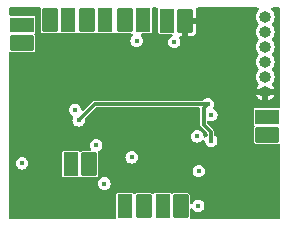
<source format=gbr>
%TF.GenerationSoftware,KiCad,Pcbnew,7.0.2-6a45011f42~172~ubuntu22.04.1*%
%TF.CreationDate,2023-05-21T17:06:01+08:00*%
%TF.ProjectId,fly2040,666c7932-3034-4302-9e6b-696361645f70,rev?*%
%TF.SameCoordinates,PX40c8790PY2f87f80*%
%TF.FileFunction,Copper,L2,Inr*%
%TF.FilePolarity,Positive*%
%FSLAX46Y46*%
G04 Gerber Fmt 4.6, Leading zero omitted, Abs format (unit mm)*
G04 Created by KiCad (PCBNEW 7.0.2-6a45011f42~172~ubuntu22.04.1) date 2023-05-21 17:06:01*
%MOMM*%
%LPD*%
G01*
G04 APERTURE LIST*
G04 Aperture macros list*
%AMRoundRect*
0 Rectangle with rounded corners*
0 $1 Rounding radius*
0 $2 $3 $4 $5 $6 $7 $8 $9 X,Y pos of 4 corners*
0 Add a 4 corners polygon primitive as box body*
4,1,4,$2,$3,$4,$5,$6,$7,$8,$9,$2,$3,0*
0 Add four circle primitives for the rounded corners*
1,1,$1+$1,$2,$3*
1,1,$1+$1,$4,$5*
1,1,$1+$1,$6,$7*
1,1,$1+$1,$8,$9*
0 Add four rect primitives between the rounded corners*
20,1,$1+$1,$2,$3,$4,$5,0*
20,1,$1+$1,$4,$5,$6,$7,0*
20,1,$1+$1,$6,$7,$8,$9,0*
20,1,$1+$1,$8,$9,$2,$3,0*%
G04 Aperture macros list end*
%TA.AperFunction,ComponentPad*%
%ADD10R,1.300000X2.000000*%
%TD*%
%TA.AperFunction,ComponentPad*%
%ADD11RoundRect,0.100000X-0.550000X0.900000X-0.550000X-0.900000X0.550000X-0.900000X0.550000X0.900000X0*%
%TD*%
%TA.AperFunction,ComponentPad*%
%ADD12O,1.000000X1.000000*%
%TD*%
%TA.AperFunction,ComponentPad*%
%ADD13RoundRect,0.100000X0.550000X-0.900000X0.550000X0.900000X-0.550000X0.900000X-0.550000X-0.900000X0*%
%TD*%
%TA.AperFunction,ComponentPad*%
%ADD14R,2.000000X1.300000*%
%TD*%
%TA.AperFunction,ComponentPad*%
%ADD15RoundRect,0.100000X-0.900000X-0.550000X0.900000X-0.550000X0.900000X0.550000X-0.900000X0.550000X0*%
%TD*%
%TA.AperFunction,ViaPad*%
%ADD16C,0.450000*%
%TD*%
%TA.AperFunction,Conductor*%
%ADD17C,0.357600*%
%TD*%
G04 APERTURE END LIST*
D10*
%TO.N,NS_8*%
%TO.C,J10*%
X14310000Y-1165000D03*
D11*
%TO.N,NS_9*%
X12760000Y-1165000D03*
%TD*%
D10*
%TO.N,NS_10*%
%TO.C,J9*%
X11145001Y-1165000D03*
D11*
%TO.N,NS_11*%
X9595001Y-1165000D03*
%TD*%
D12*
%TO.N,RST*%
%TO.C,J8*%
X24659248Y-843121D03*
%TO.N,BOOT*%
X24659248Y-2113121D03*
%TO.N,D+*%
X24659248Y-3383121D03*
%TO.N,D-*%
X24659248Y-4653121D03*
%TO.N,+3V3*%
X24659248Y-5923121D03*
%TO.N,GND*%
X24659248Y-7193121D03*
%TD*%
D10*
%TO.N,DBG_CLK*%
%TO.C,J7*%
X8215000Y-13355000D03*
D13*
%TO.N,DBG_DAT*%
X9765000Y-13355000D03*
%TD*%
D11*
%TO.N,NS_SCL*%
%TO.C,J6*%
X6450000Y-1165000D03*
D10*
%TO.N,NS_SDA*%
X8000000Y-1165000D03*
%TD*%
D14*
%TO.N,D+*%
%TO.C,J5*%
X24820000Y-9300000D03*
D15*
%TO.N,D-*%
X24820000Y-10850000D03*
%TD*%
D10*
%TO.N,NS_CMD*%
%TO.C,J4*%
X15975000Y-16895000D03*
D13*
%TO.N,NS_D0*%
X17525000Y-16895000D03*
%TD*%
D10*
%TO.N,NS_RST*%
%TO.C,J3*%
X12815000Y-16895000D03*
D13*
%TO.N,NS_CLK*%
X14365000Y-16895000D03*
%TD*%
D15*
%TO.N,NS_CPU*%
%TO.C,J2*%
X4090000Y-3065000D03*
D14*
%TO.N,NS_14*%
X4090000Y-1515000D03*
%TD*%
D10*
%TO.N,+3V3*%
%TO.C,J1*%
X16330000Y-1170000D03*
D13*
%TO.N,GND*%
X17880000Y-1170000D03*
%TD*%
D16*
%TO.N,GND*%
X16540000Y-9910000D03*
X12155000Y-5555000D03*
X7265000Y-17460000D03*
X21100000Y-4610000D03*
%TO.N,+1V1*%
X20085000Y-11350000D03*
%TO.N,+3V3*%
X11055000Y-14970000D03*
%TO.N,+5V*%
X4075000Y-13260000D03*
X19045000Y-13910000D03*
%TO.N,+3V3*%
X16965000Y-2990000D03*
X13790000Y-2875000D03*
%TO.N,+1V1*%
X19795000Y-8265000D03*
%TO.N,+3V3*%
X20110000Y-9175000D03*
%TO.N,+1V1*%
X8865000Y-9620000D03*
%TO.N,+3V3*%
X8565000Y-8730000D03*
%TO.N,GND*%
X7585000Y-11915000D03*
X6680000Y-5030000D03*
X3730000Y-5010000D03*
X3720000Y-10160000D03*
X6640000Y-10130000D03*
%TO.N,RST*%
X10350000Y-11730000D03*
%TO.N,+3V3*%
X13365000Y-12755000D03*
X18985000Y-16865000D03*
X18915000Y-10980000D03*
%TD*%
D17*
%TO.N,+1V1*%
X19795000Y-8265000D02*
X19450000Y-8610000D01*
X19450000Y-8610000D02*
X19450000Y-9975000D01*
X19450000Y-9975000D02*
X20085000Y-10610000D01*
X20085000Y-10610000D02*
X20085000Y-11350000D01*
X19795000Y-8265000D02*
X10220000Y-8265000D01*
X10220000Y-8265000D02*
X8865000Y-9620000D01*
%TD*%
%TA.AperFunction,Conductor*%
%TO.N,GND*%
G36*
X5649845Y-85502D02*
G01*
X5696338Y-139158D01*
X5706442Y-209432D01*
X5705308Y-216049D01*
X5699500Y-245252D01*
X5699500Y-245254D01*
X5699500Y-2084746D01*
X5711133Y-2143231D01*
X5755447Y-2209552D01*
X5779836Y-2225848D01*
X5821769Y-2253867D01*
X5880252Y-2265500D01*
X5880253Y-2265500D01*
X7019747Y-2265500D01*
X7019748Y-2265500D01*
X7078231Y-2253867D01*
X7120164Y-2225847D01*
X7187916Y-2204632D01*
X7256383Y-2223414D01*
X7260167Y-2225847D01*
X7310785Y-2259669D01*
X7320512Y-2261603D01*
X7340101Y-2265500D01*
X8659898Y-2265499D01*
X8689213Y-2259669D01*
X8722457Y-2237457D01*
X8722458Y-2237454D01*
X8731029Y-2231728D01*
X8774757Y-2195182D01*
X8845199Y-2186332D01*
X8895051Y-2205945D01*
X8900448Y-2209551D01*
X8900449Y-2209552D01*
X8966770Y-2253867D01*
X9025253Y-2265500D01*
X9025254Y-2265500D01*
X10164748Y-2265500D01*
X10164749Y-2265500D01*
X10223232Y-2253867D01*
X10265165Y-2225847D01*
X10332917Y-2204632D01*
X10401384Y-2223414D01*
X10405168Y-2225847D01*
X10455786Y-2259669D01*
X10465513Y-2261603D01*
X10485102Y-2265500D01*
X11804899Y-2265499D01*
X11834214Y-2259669D01*
X11867458Y-2237457D01*
X11871457Y-2231471D01*
X11925929Y-2185944D01*
X11996372Y-2177094D01*
X12046224Y-2196707D01*
X12065448Y-2209552D01*
X12131769Y-2253867D01*
X12190252Y-2265500D01*
X12190253Y-2265500D01*
X13342158Y-2265500D01*
X13342158Y-2267104D01*
X13398745Y-2272168D01*
X13454813Y-2315722D01*
X13478433Y-2382674D01*
X13462107Y-2451768D01*
X13429320Y-2489381D01*
X13415210Y-2500208D01*
X13330975Y-2609983D01*
X13278025Y-2737817D01*
X13259965Y-2874999D01*
X13278025Y-3012183D01*
X13330974Y-3140016D01*
X13330976Y-3140018D01*
X13415209Y-3249791D01*
X13504263Y-3318125D01*
X13524983Y-3334025D01*
X13652816Y-3386974D01*
X13668775Y-3389075D01*
X13790000Y-3405035D01*
X13927183Y-3386974D01*
X14055018Y-3334024D01*
X14164791Y-3249791D01*
X14249024Y-3140018D01*
X14301974Y-3012183D01*
X14320035Y-2875000D01*
X14301974Y-2737817D01*
X14249024Y-2609983D01*
X14164791Y-2500209D01*
X14153389Y-2491460D01*
X14111523Y-2434122D01*
X14107302Y-2363251D01*
X14142067Y-2301349D01*
X14204780Y-2268068D01*
X14230089Y-2265499D01*
X14969898Y-2265499D01*
X14999213Y-2259669D01*
X15032457Y-2237457D01*
X15054669Y-2204213D01*
X15060500Y-2174899D01*
X15060499Y-191499D01*
X15080501Y-123379D01*
X15134157Y-76886D01*
X15186499Y-65500D01*
X15453500Y-65500D01*
X15521621Y-85502D01*
X15568114Y-139158D01*
X15579500Y-191500D01*
X15579500Y-2179897D01*
X15582844Y-2196707D01*
X15585331Y-2209213D01*
X15607543Y-2242457D01*
X15640787Y-2264669D01*
X15670101Y-2270500D01*
X16695384Y-2270499D01*
X16763505Y-2290501D01*
X16809998Y-2344157D01*
X16820102Y-2414431D01*
X16790609Y-2479011D01*
X16743602Y-2512908D01*
X16699983Y-2530975D01*
X16590209Y-2615209D01*
X16505975Y-2724983D01*
X16453025Y-2852817D01*
X16434965Y-2989999D01*
X16453025Y-3127183D01*
X16505974Y-3255016D01*
X16505976Y-3255018D01*
X16590209Y-3364791D01*
X16679263Y-3433125D01*
X16699983Y-3449025D01*
X16827816Y-3501974D01*
X16843775Y-3504075D01*
X16965000Y-3520035D01*
X17102183Y-3501974D01*
X17230018Y-3449024D01*
X17339791Y-3364791D01*
X17424024Y-3255018D01*
X17426190Y-3249790D01*
X17476974Y-3127183D01*
X17476973Y-3127182D01*
X17495035Y-2990000D01*
X17476974Y-2852817D01*
X17424024Y-2724983D01*
X17383907Y-2672702D01*
X17358307Y-2606484D01*
X17372571Y-2536935D01*
X17422172Y-2486139D01*
X17483870Y-2469999D01*
X17626000Y-2469999D01*
X17626000Y-1424000D01*
X18134000Y-1424000D01*
X18134000Y-2469999D01*
X18461480Y-2469999D01*
X18555147Y-2455164D01*
X18668047Y-2397639D01*
X18757639Y-2308047D01*
X18815164Y-2195147D01*
X18830000Y-2101479D01*
X18830000Y-1424000D01*
X18134000Y-1424000D01*
X17626000Y-1424000D01*
X17626000Y-1174514D01*
X17644505Y-1267545D01*
X17699760Y-1350240D01*
X17782455Y-1405495D01*
X17855376Y-1420000D01*
X17904624Y-1420000D01*
X17977545Y-1405495D01*
X18060240Y-1350240D01*
X18115495Y-1267545D01*
X18134898Y-1170000D01*
X18115495Y-1072455D01*
X18060240Y-989760D01*
X17977545Y-934505D01*
X17904624Y-920000D01*
X17855376Y-920000D01*
X17782455Y-934505D01*
X17699760Y-989760D01*
X17644505Y-1072455D01*
X17626000Y-1165485D01*
X17626000Y-1042000D01*
X17646002Y-973879D01*
X17699658Y-927386D01*
X17752000Y-916000D01*
X18829999Y-916000D01*
X18829999Y-238518D01*
X18825674Y-211208D01*
X18834775Y-140797D01*
X18880498Y-86484D01*
X18948327Y-65513D01*
X18950123Y-65500D01*
X24000600Y-65500D01*
X24068721Y-85502D01*
X24115214Y-139158D01*
X24125318Y-209432D01*
X24095824Y-274012D01*
X24089695Y-280595D01*
X24029432Y-340857D01*
X23933458Y-493599D01*
X23873880Y-663863D01*
X23853683Y-843121D01*
X23873880Y-1022378D01*
X23933458Y-1192642D01*
X24029432Y-1345384D01*
X24073073Y-1389025D01*
X24107099Y-1451337D01*
X24102034Y-1522152D01*
X24073075Y-1567214D01*
X24029431Y-1610858D01*
X23933458Y-1763599D01*
X23873880Y-1933863D01*
X23853683Y-2113121D01*
X23873880Y-2292378D01*
X23933458Y-2462642D01*
X24029431Y-2615382D01*
X24073074Y-2659026D01*
X24107099Y-2721339D01*
X24102033Y-2792155D01*
X24073074Y-2837216D01*
X24029431Y-2880859D01*
X23933458Y-3033599D01*
X23873880Y-3203863D01*
X23853683Y-3383121D01*
X23873880Y-3562378D01*
X23933458Y-3732642D01*
X24029430Y-3885381D01*
X24029431Y-3885382D01*
X24029432Y-3885383D01*
X24073075Y-3929026D01*
X24107099Y-3991336D01*
X24102035Y-4062151D01*
X24073075Y-4107215D01*
X24029431Y-4150859D01*
X23933458Y-4303599D01*
X23873880Y-4473863D01*
X23853683Y-4653121D01*
X23873880Y-4832378D01*
X23933458Y-5002642D01*
X24029432Y-5155384D01*
X24073074Y-5199026D01*
X24107100Y-5261338D01*
X24102035Y-5332153D01*
X24073074Y-5377216D01*
X24029432Y-5420857D01*
X23933458Y-5573599D01*
X23873880Y-5743863D01*
X23853683Y-5923121D01*
X23873880Y-6102378D01*
X23933458Y-6272642D01*
X24029432Y-6425384D01*
X24073427Y-6469379D01*
X24107453Y-6531691D01*
X24102388Y-6602506D01*
X24073428Y-6647569D01*
X24029824Y-6691173D01*
X23933911Y-6843818D01*
X23900563Y-6939120D01*
X23900564Y-6939121D01*
X24449189Y-6939121D01*
X24447119Y-6940316D01*
X24373447Y-7028114D01*
X24334248Y-7135815D01*
X24334248Y-7250427D01*
X24373447Y-7358128D01*
X24447119Y-7445926D01*
X24546377Y-7503233D01*
X24630812Y-7518121D01*
X24687684Y-7518121D01*
X24772119Y-7503233D01*
X24869307Y-7447121D01*
X24913248Y-7447121D01*
X24913248Y-7951803D01*
X25008553Y-7918456D01*
X25161197Y-7822543D01*
X25288669Y-7695071D01*
X25384584Y-7542423D01*
X25417932Y-7447121D01*
X24913248Y-7447121D01*
X24869307Y-7447121D01*
X24871377Y-7445926D01*
X24945049Y-7358128D01*
X24984248Y-7250427D01*
X24984248Y-7135815D01*
X24945049Y-7028114D01*
X24871377Y-6940316D01*
X24869307Y-6939121D01*
X25417932Y-6939121D01*
X25417932Y-6939120D01*
X25384584Y-6843818D01*
X25288669Y-6691170D01*
X25245068Y-6647569D01*
X25211042Y-6585257D01*
X25216107Y-6514442D01*
X25245066Y-6469380D01*
X25289064Y-6425383D01*
X25385037Y-6272643D01*
X25444616Y-6102376D01*
X25464813Y-5923121D01*
X25444616Y-5743866D01*
X25385037Y-5573599D01*
X25289064Y-5420859D01*
X25289063Y-5420857D01*
X25245422Y-5377216D01*
X25211396Y-5314904D01*
X25216461Y-5244089D01*
X25245422Y-5199026D01*
X25289063Y-5155384D01*
X25289064Y-5155383D01*
X25385037Y-5002643D01*
X25444616Y-4832376D01*
X25464813Y-4653121D01*
X25444616Y-4473866D01*
X25385037Y-4303599D01*
X25289064Y-4150859D01*
X25289063Y-4150857D01*
X25245422Y-4107216D01*
X25211396Y-4044904D01*
X25216461Y-3974089D01*
X25245422Y-3929026D01*
X25289063Y-3885384D01*
X25303649Y-3862171D01*
X25385037Y-3732643D01*
X25444616Y-3562376D01*
X25464813Y-3383121D01*
X25444616Y-3203866D01*
X25385037Y-3033599D01*
X25289064Y-2880859D01*
X25289063Y-2880857D01*
X25245422Y-2837216D01*
X25211396Y-2774904D01*
X25216461Y-2704089D01*
X25245422Y-2659026D01*
X25289063Y-2615384D01*
X25289064Y-2615383D01*
X25385037Y-2462643D01*
X25444616Y-2292376D01*
X25464813Y-2113121D01*
X25444616Y-1933866D01*
X25385037Y-1763599D01*
X25289064Y-1610859D01*
X25289063Y-1610857D01*
X25245422Y-1567216D01*
X25211396Y-1504904D01*
X25216461Y-1434089D01*
X25245422Y-1389026D01*
X25289063Y-1345384D01*
X25289064Y-1345383D01*
X25385037Y-1192643D01*
X25444616Y-1022376D01*
X25464813Y-843121D01*
X25444616Y-663866D01*
X25385037Y-493599D01*
X25289064Y-340859D01*
X25289063Y-340857D01*
X25228801Y-280595D01*
X25194775Y-218283D01*
X25199840Y-147468D01*
X25242387Y-90632D01*
X25308907Y-65821D01*
X25317896Y-65500D01*
X25798500Y-65500D01*
X25866621Y-85502D01*
X25913114Y-139158D01*
X25924500Y-191500D01*
X25924500Y-8423500D01*
X25904498Y-8491621D01*
X25850842Y-8538114D01*
X25798500Y-8549500D01*
X23810102Y-8549500D01*
X23780787Y-8555331D01*
X23747543Y-8577543D01*
X23725330Y-8610787D01*
X23719500Y-8640100D01*
X23719500Y-9959897D01*
X23722504Y-9974999D01*
X23725331Y-9989213D01*
X23747543Y-10022457D01*
X23747544Y-10022457D01*
X23759153Y-10039832D01*
X23780367Y-10107585D01*
X23761583Y-10176052D01*
X23759153Y-10179834D01*
X23731133Y-10221768D01*
X23731132Y-10221769D01*
X23731133Y-10221769D01*
X23719500Y-10280252D01*
X23719500Y-11419748D01*
X23728498Y-11464983D01*
X23731133Y-11478231D01*
X23775447Y-11544552D01*
X23819762Y-11574162D01*
X23841769Y-11588867D01*
X23900252Y-11600500D01*
X23900253Y-11600500D01*
X25739749Y-11600500D01*
X25748733Y-11598712D01*
X25773917Y-11593703D01*
X25844630Y-11600029D01*
X25900698Y-11643582D01*
X25924319Y-11710534D01*
X25924500Y-11717281D01*
X25924500Y-17888500D01*
X25904498Y-17956621D01*
X25850842Y-18003114D01*
X25798500Y-18014500D01*
X18389298Y-18014500D01*
X18321177Y-17994498D01*
X18274684Y-17940842D01*
X18264580Y-17870568D01*
X18265719Y-17863918D01*
X18275500Y-17814746D01*
X18275500Y-17158760D01*
X18295502Y-17090639D01*
X18349158Y-17044146D01*
X18419432Y-17034042D01*
X18484012Y-17063536D01*
X18517909Y-17110543D01*
X18525976Y-17130018D01*
X18610209Y-17239791D01*
X18699263Y-17308125D01*
X18719983Y-17324025D01*
X18847816Y-17376974D01*
X18863775Y-17379075D01*
X18985000Y-17395035D01*
X19122183Y-17376974D01*
X19250018Y-17324024D01*
X19359791Y-17239791D01*
X19444024Y-17130018D01*
X19496974Y-17002183D01*
X19515035Y-16865000D01*
X19496974Y-16727817D01*
X19444024Y-16599983D01*
X19359791Y-16490209D01*
X19291455Y-16437772D01*
X19250016Y-16405974D01*
X19122183Y-16353025D01*
X19000958Y-16337066D01*
X18985000Y-16334965D01*
X18984999Y-16334965D01*
X18847817Y-16353025D01*
X18719983Y-16405975D01*
X18610209Y-16490209D01*
X18525975Y-16599983D01*
X18517909Y-16619458D01*
X18473361Y-16674739D01*
X18405997Y-16697160D01*
X18337206Y-16679602D01*
X18288828Y-16627640D01*
X18275500Y-16571240D01*
X18275500Y-15975253D01*
X18275500Y-15975252D01*
X18263867Y-15916769D01*
X18249162Y-15894761D01*
X18219552Y-15850447D01*
X18153231Y-15806133D01*
X18124057Y-15800330D01*
X18094748Y-15794500D01*
X16955252Y-15794500D01*
X16926010Y-15800316D01*
X16896768Y-15806133D01*
X16854834Y-15834153D01*
X16787081Y-15855367D01*
X16718614Y-15836584D01*
X16714832Y-15834153D01*
X16697457Y-15822543D01*
X16664213Y-15800331D01*
X16664212Y-15800330D01*
X16634899Y-15794500D01*
X15315102Y-15794500D01*
X15285787Y-15800331D01*
X15252542Y-15822544D01*
X15250086Y-15826220D01*
X15195609Y-15871748D01*
X15125166Y-15880596D01*
X15075319Y-15860983D01*
X14993231Y-15806133D01*
X14964057Y-15800330D01*
X14934748Y-15794500D01*
X13795252Y-15794500D01*
X13766010Y-15800316D01*
X13736768Y-15806133D01*
X13694834Y-15834153D01*
X13627081Y-15855367D01*
X13558614Y-15836584D01*
X13554832Y-15834153D01*
X13537457Y-15822543D01*
X13504213Y-15800331D01*
X13504212Y-15800330D01*
X13474899Y-15794500D01*
X12155102Y-15794500D01*
X12125787Y-15800331D01*
X12092543Y-15822543D01*
X12070330Y-15855787D01*
X12064500Y-15885100D01*
X12064501Y-17888500D01*
X12044499Y-17956621D01*
X11990843Y-18003114D01*
X11938501Y-18014500D01*
X3101500Y-18014500D01*
X3033379Y-17994498D01*
X2986886Y-17940842D01*
X2975500Y-17888500D01*
X2975500Y-14969999D01*
X10524965Y-14969999D01*
X10543025Y-15107183D01*
X10595974Y-15235016D01*
X10595976Y-15235018D01*
X10680209Y-15344791D01*
X10769263Y-15413125D01*
X10789983Y-15429025D01*
X10917816Y-15481974D01*
X10933775Y-15484075D01*
X11055000Y-15500035D01*
X11192183Y-15481974D01*
X11320018Y-15429024D01*
X11429791Y-15344791D01*
X11514024Y-15235018D01*
X11566974Y-15107183D01*
X11585035Y-14970000D01*
X11566974Y-14832817D01*
X11514024Y-14704983D01*
X11429791Y-14595209D01*
X11361455Y-14542772D01*
X11320016Y-14510974D01*
X11192183Y-14458025D01*
X11070958Y-14442066D01*
X11055000Y-14439965D01*
X11054999Y-14439965D01*
X10917817Y-14458025D01*
X10789983Y-14510975D01*
X10680209Y-14595209D01*
X10595975Y-14704983D01*
X10543025Y-14832817D01*
X10524965Y-14969999D01*
X2975500Y-14969999D01*
X2975500Y-14364897D01*
X7464500Y-14364897D01*
X7469171Y-14388381D01*
X7470331Y-14394213D01*
X7492543Y-14427457D01*
X7525787Y-14449669D01*
X7555101Y-14455500D01*
X8874898Y-14455499D01*
X8904213Y-14449669D01*
X8937457Y-14427457D01*
X8937458Y-14427454D01*
X8954831Y-14415847D01*
X9022584Y-14394632D01*
X9091051Y-14413415D01*
X9094829Y-14415843D01*
X9136769Y-14443867D01*
X9195252Y-14455500D01*
X9195253Y-14455500D01*
X10334747Y-14455500D01*
X10334748Y-14455500D01*
X10393231Y-14443867D01*
X10459552Y-14399552D01*
X10503867Y-14333231D01*
X10515500Y-14274748D01*
X10515500Y-13909999D01*
X18514965Y-13909999D01*
X18533025Y-14047183D01*
X18585974Y-14175016D01*
X18585976Y-14175018D01*
X18670209Y-14284791D01*
X18759263Y-14353125D01*
X18779983Y-14369025D01*
X18907816Y-14421974D01*
X18925876Y-14424351D01*
X19045000Y-14440035D01*
X19182183Y-14421974D01*
X19310018Y-14369024D01*
X19419791Y-14284791D01*
X19504024Y-14175018D01*
X19556974Y-14047183D01*
X19575035Y-13910000D01*
X19556974Y-13772817D01*
X19504024Y-13644983D01*
X19419791Y-13535209D01*
X19351455Y-13482772D01*
X19310016Y-13450974D01*
X19182183Y-13398025D01*
X19060958Y-13382066D01*
X19045000Y-13379965D01*
X19044999Y-13379965D01*
X18907817Y-13398025D01*
X18779983Y-13450975D01*
X18670209Y-13535209D01*
X18585975Y-13644983D01*
X18533025Y-13772817D01*
X18514965Y-13909999D01*
X10515500Y-13909999D01*
X10515500Y-12754999D01*
X12834965Y-12754999D01*
X12853025Y-12892183D01*
X12905974Y-13020016D01*
X12905976Y-13020018D01*
X12990209Y-13129791D01*
X13079263Y-13198125D01*
X13099983Y-13214025D01*
X13227816Y-13266974D01*
X13243775Y-13269075D01*
X13365000Y-13285035D01*
X13502183Y-13266974D01*
X13519020Y-13260000D01*
X13630016Y-13214025D01*
X13630016Y-13214024D01*
X13630018Y-13214024D01*
X13739791Y-13129791D01*
X13824024Y-13020018D01*
X13876974Y-12892183D01*
X13895035Y-12755000D01*
X13876974Y-12617817D01*
X13824024Y-12489983D01*
X13739791Y-12380209D01*
X13655836Y-12315787D01*
X13630016Y-12295974D01*
X13502183Y-12243025D01*
X13380958Y-12227066D01*
X13365000Y-12224965D01*
X13364999Y-12224965D01*
X13227817Y-12243025D01*
X13099983Y-12295975D01*
X12990209Y-12380209D01*
X12905975Y-12489983D01*
X12853025Y-12617817D01*
X12834965Y-12754999D01*
X10515500Y-12754999D01*
X10515500Y-12435252D01*
X10503867Y-12376769D01*
X10503866Y-12376768D01*
X10498977Y-12352188D01*
X10501906Y-12351605D01*
X10493790Y-12325679D01*
X10512576Y-12257213D01*
X10565396Y-12209772D01*
X10571521Y-12207040D01*
X10615018Y-12189024D01*
X10724791Y-12104791D01*
X10809024Y-11995018D01*
X10861974Y-11867183D01*
X10880035Y-11730000D01*
X10861974Y-11592817D01*
X10809024Y-11464983D01*
X10724791Y-11355209D01*
X10653426Y-11300448D01*
X10615016Y-11270974D01*
X10487183Y-11218025D01*
X10365958Y-11202066D01*
X10350000Y-11199965D01*
X10349999Y-11199965D01*
X10212817Y-11218025D01*
X10084983Y-11270975D01*
X9975209Y-11355209D01*
X9890975Y-11464983D01*
X9838025Y-11592817D01*
X9819965Y-11729999D01*
X9838025Y-11867183D01*
X9890974Y-11995016D01*
X9934543Y-12051795D01*
X9960144Y-12118016D01*
X9945880Y-12187564D01*
X9896279Y-12238361D01*
X9834581Y-12254500D01*
X9195252Y-12254500D01*
X9181613Y-12257213D01*
X9136768Y-12266133D01*
X9094834Y-12294153D01*
X9027081Y-12315367D01*
X8958614Y-12296584D01*
X8954832Y-12294153D01*
X8937457Y-12282543D01*
X8904213Y-12260331D01*
X8904212Y-12260330D01*
X8874899Y-12254500D01*
X7555102Y-12254500D01*
X7525787Y-12260331D01*
X7492543Y-12282543D01*
X7470330Y-12315787D01*
X7464500Y-12345100D01*
X7464500Y-14364897D01*
X2975500Y-14364897D01*
X2975500Y-13259999D01*
X3544965Y-13259999D01*
X3563025Y-13397183D01*
X3615974Y-13525016D01*
X3615976Y-13525018D01*
X3700209Y-13634791D01*
X3789263Y-13703125D01*
X3809983Y-13719025D01*
X3937816Y-13771974D01*
X3953775Y-13774075D01*
X4075000Y-13790035D01*
X4212183Y-13771974D01*
X4340018Y-13719024D01*
X4449791Y-13634791D01*
X4534024Y-13525018D01*
X4564694Y-13450974D01*
X4586974Y-13397183D01*
X4589241Y-13379965D01*
X4605035Y-13260000D01*
X4586974Y-13122817D01*
X4534024Y-12994983D01*
X4449791Y-12885209D01*
X4381455Y-12832772D01*
X4340016Y-12800974D01*
X4212183Y-12748025D01*
X4090958Y-12732066D01*
X4075000Y-12729965D01*
X4074999Y-12729965D01*
X3937817Y-12748025D01*
X3809983Y-12800975D01*
X3700209Y-12885209D01*
X3615975Y-12994983D01*
X3563025Y-13122817D01*
X3544965Y-13259999D01*
X2975500Y-13259999D01*
X2975500Y-8729999D01*
X8034965Y-8729999D01*
X8053025Y-8867183D01*
X8105974Y-8995016D01*
X8105976Y-8995018D01*
X8190209Y-9104791D01*
X8299982Y-9189024D01*
X8324259Y-9199080D01*
X8332719Y-9202584D01*
X8388000Y-9247131D01*
X8410422Y-9314494D01*
X8400911Y-9367211D01*
X8353025Y-9482817D01*
X8334965Y-9619999D01*
X8353025Y-9757183D01*
X8405974Y-9885016D01*
X8437772Y-9926455D01*
X8490209Y-9994791D01*
X8579263Y-10063125D01*
X8599983Y-10079025D01*
X8727816Y-10131974D01*
X8743775Y-10134075D01*
X8865000Y-10150035D01*
X9002183Y-10131974D01*
X9052499Y-10111133D01*
X9130016Y-10079025D01*
X9130016Y-10079024D01*
X9130018Y-10079024D01*
X9239791Y-9994791D01*
X9324024Y-9885018D01*
X9343293Y-9838499D01*
X9376974Y-9757183D01*
X9395035Y-9620000D01*
X9385607Y-9548396D01*
X9396546Y-9478251D01*
X9421429Y-9442862D01*
X10294189Y-8570102D01*
X10356499Y-8536079D01*
X10383282Y-8533200D01*
X19055800Y-8533200D01*
X19123921Y-8553202D01*
X19170414Y-8606858D01*
X19181800Y-8659200D01*
X19181800Y-9936176D01*
X19179379Y-9960756D01*
X19176545Y-9974999D01*
X19197360Y-10079647D01*
X19248567Y-10156283D01*
X19248573Y-10156290D01*
X19256638Y-10168360D01*
X19268709Y-10176426D01*
X19287802Y-10192095D01*
X19545672Y-10449965D01*
X19779895Y-10684187D01*
X19813920Y-10746500D01*
X19816800Y-10773283D01*
X19816800Y-10831282D01*
X19796798Y-10899403D01*
X19767505Y-10931243D01*
X19710209Y-10975208D01*
X19710209Y-10975209D01*
X19668509Y-11029553D01*
X19611170Y-11071420D01*
X19540299Y-11075641D01*
X19478397Y-11040876D01*
X19445116Y-10978163D01*
X19443625Y-10969294D01*
X19438615Y-10931243D01*
X19426974Y-10842817D01*
X19374024Y-10714983D01*
X19289791Y-10605209D01*
X19221455Y-10552772D01*
X19180016Y-10520974D01*
X19052183Y-10468025D01*
X18930958Y-10452066D01*
X18915000Y-10449965D01*
X18914999Y-10449965D01*
X18777817Y-10468025D01*
X18649983Y-10520975D01*
X18540209Y-10605209D01*
X18455975Y-10714983D01*
X18403025Y-10842817D01*
X18384965Y-10979999D01*
X18403025Y-11117183D01*
X18455974Y-11245016D01*
X18487772Y-11286455D01*
X18540209Y-11354791D01*
X18624859Y-11419746D01*
X18649983Y-11439025D01*
X18777816Y-11491974D01*
X18793775Y-11494075D01*
X18915000Y-11510035D01*
X19052183Y-11491974D01*
X19180018Y-11439024D01*
X19289791Y-11354791D01*
X19331491Y-11300447D01*
X19388828Y-11258581D01*
X19459699Y-11254359D01*
X19521601Y-11289123D01*
X19554883Y-11351836D01*
X19556374Y-11360705D01*
X19573025Y-11487183D01*
X19625974Y-11615016D01*
X19625976Y-11615018D01*
X19710209Y-11724791D01*
X19799263Y-11793125D01*
X19819983Y-11809025D01*
X19947816Y-11861974D01*
X19963775Y-11864075D01*
X20085000Y-11880035D01*
X20222183Y-11861974D01*
X20350018Y-11809024D01*
X20459791Y-11724791D01*
X20544024Y-11615018D01*
X20550038Y-11600500D01*
X20596974Y-11487183D01*
X20605852Y-11419748D01*
X20615035Y-11350000D01*
X20596974Y-11212817D01*
X20544024Y-11084983D01*
X20544023Y-11084980D01*
X20459793Y-10975210D01*
X20402495Y-10931243D01*
X20360628Y-10873904D01*
X20353200Y-10831281D01*
X20353200Y-10648823D01*
X20355621Y-10624243D01*
X20355778Y-10623452D01*
X20358454Y-10610000D01*
X20337639Y-10505353D01*
X20337639Y-10505352D01*
X20286432Y-10428717D01*
X20286427Y-10428711D01*
X20278361Y-10416639D01*
X20266283Y-10408569D01*
X20247194Y-10392902D01*
X19755104Y-9900811D01*
X19721079Y-9838499D01*
X19718200Y-9811716D01*
X19718200Y-9770081D01*
X19738202Y-9701960D01*
X19791858Y-9655467D01*
X19862132Y-9645363D01*
X19892417Y-9653672D01*
X19972816Y-9686974D01*
X19988775Y-9689075D01*
X20110000Y-9705035D01*
X20247183Y-9686974D01*
X20375018Y-9634024D01*
X20484791Y-9549791D01*
X20569024Y-9440018D01*
X20621974Y-9312183D01*
X20640035Y-9175000D01*
X20621974Y-9037817D01*
X20569024Y-8909983D01*
X20484791Y-8800209D01*
X20375018Y-8715976D01*
X20375017Y-8715975D01*
X20322406Y-8694183D01*
X20267125Y-8649634D01*
X20244704Y-8582271D01*
X20254215Y-8529556D01*
X20269928Y-8491621D01*
X20306974Y-8402183D01*
X20325035Y-8265000D01*
X20306974Y-8127817D01*
X20254024Y-7999983D01*
X20169791Y-7890209D01*
X20101455Y-7837772D01*
X20060016Y-7805974D01*
X19932183Y-7753025D01*
X19810958Y-7737066D01*
X19795000Y-7734965D01*
X19794999Y-7734965D01*
X19657817Y-7753025D01*
X19529983Y-7805975D01*
X19420209Y-7890209D01*
X19376244Y-7947505D01*
X19318906Y-7989372D01*
X19276282Y-7996800D01*
X10258818Y-7996800D01*
X10234238Y-7994379D01*
X10220000Y-7991547D01*
X10205762Y-7994379D01*
X10205752Y-7994379D01*
X10115354Y-8012360D01*
X10050900Y-8055426D01*
X10050900Y-8055427D01*
X10049033Y-8056676D01*
X10041156Y-8061938D01*
X10026638Y-8071639D01*
X10018569Y-8083715D01*
X10002902Y-8102805D01*
X9308354Y-8797352D01*
X9246042Y-8831377D01*
X9175226Y-8826312D01*
X9118391Y-8783765D01*
X9094337Y-8724702D01*
X9093188Y-8715976D01*
X9076974Y-8592817D01*
X9024024Y-8464983D01*
X8939791Y-8355209D01*
X8871455Y-8302772D01*
X8830016Y-8270974D01*
X8702183Y-8218025D01*
X8580958Y-8202066D01*
X8565000Y-8199965D01*
X8564999Y-8199965D01*
X8427817Y-8218025D01*
X8299983Y-8270975D01*
X8190209Y-8355209D01*
X8105975Y-8464983D01*
X8053025Y-8592817D01*
X8034965Y-8729999D01*
X2975500Y-8729999D01*
X2975500Y-7447121D01*
X23900564Y-7447121D01*
X23933911Y-7542423D01*
X24029826Y-7695071D01*
X24157298Y-7822543D01*
X24309942Y-7918456D01*
X24405248Y-7951803D01*
X24405248Y-7447121D01*
X23900564Y-7447121D01*
X2975500Y-7447121D01*
X2975500Y-3930292D01*
X2995502Y-3862171D01*
X3049158Y-3815678D01*
X3119432Y-3805574D01*
X3126038Y-3806705D01*
X3170252Y-3815500D01*
X3170255Y-3815500D01*
X5009747Y-3815500D01*
X5009748Y-3815500D01*
X5068231Y-3803867D01*
X5134552Y-3759552D01*
X5178867Y-3693231D01*
X5190500Y-3634748D01*
X5190500Y-2495252D01*
X5178867Y-2436769D01*
X5150846Y-2394834D01*
X5129632Y-2327083D01*
X5148415Y-2258616D01*
X5150847Y-2254831D01*
X5162454Y-2237458D01*
X5162457Y-2237457D01*
X5184669Y-2204213D01*
X5190500Y-2174899D01*
X5190499Y-855102D01*
X5184669Y-825787D01*
X5162457Y-792543D01*
X5129213Y-770331D01*
X5129212Y-770330D01*
X5099900Y-764500D01*
X3101500Y-764500D01*
X3033379Y-744498D01*
X2986886Y-690842D01*
X2975500Y-638500D01*
X2975500Y-191500D01*
X2995502Y-123379D01*
X3049158Y-76886D01*
X3101500Y-65500D01*
X5581724Y-65500D01*
X5649845Y-85502D01*
G37*
%TD.AperFunction*%
%TD*%
%TA.AperFunction,Conductor*%
%TO.N,GND*%
G36*
X5649845Y-85502D02*
G01*
X5696338Y-139158D01*
X5706442Y-209432D01*
X5705308Y-216049D01*
X5699500Y-245252D01*
X5699500Y-245254D01*
X5699500Y-2084746D01*
X5711133Y-2143231D01*
X5755447Y-2209552D01*
X5779836Y-2225848D01*
X5821769Y-2253867D01*
X5880252Y-2265500D01*
X5880253Y-2265500D01*
X7019747Y-2265500D01*
X7019748Y-2265500D01*
X7078231Y-2253867D01*
X7120164Y-2225847D01*
X7187916Y-2204632D01*
X7256383Y-2223414D01*
X7260167Y-2225847D01*
X7310785Y-2259669D01*
X7320512Y-2261603D01*
X7340101Y-2265500D01*
X8659898Y-2265499D01*
X8689213Y-2259669D01*
X8722457Y-2237457D01*
X8722458Y-2237454D01*
X8731029Y-2231728D01*
X8774757Y-2195182D01*
X8845199Y-2186332D01*
X8895051Y-2205945D01*
X8900448Y-2209551D01*
X8900449Y-2209552D01*
X8966770Y-2253867D01*
X9025253Y-2265500D01*
X9025254Y-2265500D01*
X10164748Y-2265500D01*
X10164749Y-2265500D01*
X10223232Y-2253867D01*
X10265165Y-2225847D01*
X10332917Y-2204632D01*
X10401384Y-2223414D01*
X10405168Y-2225847D01*
X10455786Y-2259669D01*
X10465513Y-2261603D01*
X10485102Y-2265500D01*
X11804899Y-2265499D01*
X11834214Y-2259669D01*
X11867458Y-2237457D01*
X11871457Y-2231471D01*
X11925929Y-2185944D01*
X11996372Y-2177094D01*
X12046224Y-2196707D01*
X12065448Y-2209552D01*
X12131769Y-2253867D01*
X12190252Y-2265500D01*
X12190253Y-2265500D01*
X13342158Y-2265500D01*
X13342158Y-2267104D01*
X13398745Y-2272168D01*
X13454813Y-2315722D01*
X13478433Y-2382674D01*
X13462107Y-2451768D01*
X13429320Y-2489381D01*
X13415210Y-2500208D01*
X13330975Y-2609983D01*
X13278025Y-2737817D01*
X13259965Y-2874999D01*
X13278025Y-3012183D01*
X13330974Y-3140016D01*
X13330976Y-3140018D01*
X13415209Y-3249791D01*
X13504263Y-3318125D01*
X13524983Y-3334025D01*
X13652816Y-3386974D01*
X13668775Y-3389075D01*
X13790000Y-3405035D01*
X13927183Y-3386974D01*
X14055018Y-3334024D01*
X14164791Y-3249791D01*
X14249024Y-3140018D01*
X14301974Y-3012183D01*
X14320035Y-2875000D01*
X14301974Y-2737817D01*
X14249024Y-2609983D01*
X14164791Y-2500209D01*
X14153389Y-2491460D01*
X14111523Y-2434122D01*
X14107302Y-2363251D01*
X14142067Y-2301349D01*
X14204780Y-2268068D01*
X14230089Y-2265499D01*
X14969898Y-2265499D01*
X14999213Y-2259669D01*
X15032457Y-2237457D01*
X15054669Y-2204213D01*
X15060500Y-2174899D01*
X15060499Y-191499D01*
X15080501Y-123379D01*
X15134157Y-76886D01*
X15186499Y-65500D01*
X15453500Y-65500D01*
X15521621Y-85502D01*
X15568114Y-139158D01*
X15579500Y-191500D01*
X15579500Y-2179897D01*
X15582844Y-2196707D01*
X15585331Y-2209213D01*
X15607543Y-2242457D01*
X15640787Y-2264669D01*
X15670101Y-2270500D01*
X16695384Y-2270499D01*
X16763505Y-2290501D01*
X16809998Y-2344157D01*
X16820102Y-2414431D01*
X16790609Y-2479011D01*
X16743602Y-2512908D01*
X16699983Y-2530975D01*
X16590209Y-2615209D01*
X16505975Y-2724983D01*
X16453025Y-2852817D01*
X16434965Y-2989999D01*
X16453025Y-3127183D01*
X16505974Y-3255016D01*
X16505976Y-3255018D01*
X16590209Y-3364791D01*
X16679263Y-3433125D01*
X16699983Y-3449025D01*
X16827816Y-3501974D01*
X16843775Y-3504075D01*
X16965000Y-3520035D01*
X17102183Y-3501974D01*
X17230018Y-3449024D01*
X17339791Y-3364791D01*
X17424024Y-3255018D01*
X17426190Y-3249790D01*
X17476974Y-3127183D01*
X17476973Y-3127182D01*
X17495035Y-2990000D01*
X17476974Y-2852817D01*
X17424024Y-2724983D01*
X17383907Y-2672702D01*
X17358307Y-2606484D01*
X17372571Y-2536935D01*
X17422172Y-2486139D01*
X17483870Y-2469999D01*
X17626000Y-2469999D01*
X17626000Y-1424000D01*
X18134000Y-1424000D01*
X18134000Y-2469999D01*
X18461480Y-2469999D01*
X18555147Y-2455164D01*
X18668047Y-2397639D01*
X18757639Y-2308047D01*
X18815164Y-2195147D01*
X18830000Y-2101479D01*
X18830000Y-1424000D01*
X18134000Y-1424000D01*
X17626000Y-1424000D01*
X17626000Y-1174514D01*
X17644505Y-1267545D01*
X17699760Y-1350240D01*
X17782455Y-1405495D01*
X17855376Y-1420000D01*
X17904624Y-1420000D01*
X17977545Y-1405495D01*
X18060240Y-1350240D01*
X18115495Y-1267545D01*
X18134898Y-1170000D01*
X18115495Y-1072455D01*
X18060240Y-989760D01*
X17977545Y-934505D01*
X17904624Y-920000D01*
X17855376Y-920000D01*
X17782455Y-934505D01*
X17699760Y-989760D01*
X17644505Y-1072455D01*
X17626000Y-1165485D01*
X17626000Y-1042000D01*
X17646002Y-973879D01*
X17699658Y-927386D01*
X17752000Y-916000D01*
X18829999Y-916000D01*
X18829999Y-238518D01*
X18825674Y-211208D01*
X18834775Y-140797D01*
X18880498Y-86484D01*
X18948327Y-65513D01*
X18950123Y-65500D01*
X24000600Y-65500D01*
X24068721Y-85502D01*
X24115214Y-139158D01*
X24125318Y-209432D01*
X24095824Y-274012D01*
X24089695Y-280595D01*
X24029432Y-340857D01*
X23933458Y-493599D01*
X23873880Y-663863D01*
X23853683Y-843121D01*
X23873880Y-1022378D01*
X23933458Y-1192642D01*
X24029432Y-1345384D01*
X24073073Y-1389025D01*
X24107099Y-1451337D01*
X24102034Y-1522152D01*
X24073075Y-1567214D01*
X24029431Y-1610858D01*
X23933458Y-1763599D01*
X23873880Y-1933863D01*
X23853683Y-2113121D01*
X23873880Y-2292378D01*
X23933458Y-2462642D01*
X24029431Y-2615382D01*
X24073074Y-2659026D01*
X24107099Y-2721339D01*
X24102033Y-2792155D01*
X24073074Y-2837216D01*
X24029431Y-2880859D01*
X23933458Y-3033599D01*
X23873880Y-3203863D01*
X23853683Y-3383121D01*
X23873880Y-3562378D01*
X23933458Y-3732642D01*
X24029430Y-3885381D01*
X24029431Y-3885382D01*
X24029432Y-3885383D01*
X24073075Y-3929026D01*
X24107099Y-3991336D01*
X24102035Y-4062151D01*
X24073075Y-4107215D01*
X24029431Y-4150859D01*
X23933458Y-4303599D01*
X23873880Y-4473863D01*
X23853683Y-4653121D01*
X23873880Y-4832378D01*
X23933458Y-5002642D01*
X24029432Y-5155384D01*
X24073074Y-5199026D01*
X24107100Y-5261338D01*
X24102035Y-5332153D01*
X24073074Y-5377216D01*
X24029432Y-5420857D01*
X23933458Y-5573599D01*
X23873880Y-5743863D01*
X23853683Y-5923121D01*
X23873880Y-6102378D01*
X23933458Y-6272642D01*
X24029432Y-6425384D01*
X24073427Y-6469379D01*
X24107453Y-6531691D01*
X24102388Y-6602506D01*
X24073428Y-6647569D01*
X24029824Y-6691173D01*
X23933911Y-6843818D01*
X23900563Y-6939120D01*
X23900564Y-6939121D01*
X24449189Y-6939121D01*
X24447119Y-6940316D01*
X24373447Y-7028114D01*
X24334248Y-7135815D01*
X24334248Y-7250427D01*
X24373447Y-7358128D01*
X24447119Y-7445926D01*
X24546377Y-7503233D01*
X24630812Y-7518121D01*
X24687684Y-7518121D01*
X24772119Y-7503233D01*
X24869307Y-7447121D01*
X24913248Y-7447121D01*
X24913248Y-7951803D01*
X25008553Y-7918456D01*
X25161197Y-7822543D01*
X25288669Y-7695071D01*
X25384584Y-7542423D01*
X25417932Y-7447121D01*
X24913248Y-7447121D01*
X24869307Y-7447121D01*
X24871377Y-7445926D01*
X24945049Y-7358128D01*
X24984248Y-7250427D01*
X24984248Y-7135815D01*
X24945049Y-7028114D01*
X24871377Y-6940316D01*
X24869307Y-6939121D01*
X25417932Y-6939121D01*
X25417932Y-6939120D01*
X25384584Y-6843818D01*
X25288669Y-6691170D01*
X25245068Y-6647569D01*
X25211042Y-6585257D01*
X25216107Y-6514442D01*
X25245066Y-6469380D01*
X25289064Y-6425383D01*
X25385037Y-6272643D01*
X25444616Y-6102376D01*
X25464813Y-5923121D01*
X25444616Y-5743866D01*
X25385037Y-5573599D01*
X25289064Y-5420859D01*
X25289063Y-5420857D01*
X25245422Y-5377216D01*
X25211396Y-5314904D01*
X25216461Y-5244089D01*
X25245422Y-5199026D01*
X25289063Y-5155384D01*
X25289064Y-5155383D01*
X25385037Y-5002643D01*
X25444616Y-4832376D01*
X25464813Y-4653121D01*
X25444616Y-4473866D01*
X25385037Y-4303599D01*
X25289064Y-4150859D01*
X25289063Y-4150857D01*
X25245422Y-4107216D01*
X25211396Y-4044904D01*
X25216461Y-3974089D01*
X25245422Y-3929026D01*
X25289063Y-3885384D01*
X25303649Y-3862171D01*
X25385037Y-3732643D01*
X25444616Y-3562376D01*
X25464813Y-3383121D01*
X25444616Y-3203866D01*
X25385037Y-3033599D01*
X25289064Y-2880859D01*
X25289063Y-2880857D01*
X25245422Y-2837216D01*
X25211396Y-2774904D01*
X25216461Y-2704089D01*
X25245422Y-2659026D01*
X25289063Y-2615384D01*
X25289064Y-2615383D01*
X25385037Y-2462643D01*
X25444616Y-2292376D01*
X25464813Y-2113121D01*
X25444616Y-1933866D01*
X25385037Y-1763599D01*
X25289064Y-1610859D01*
X25289063Y-1610857D01*
X25245422Y-1567216D01*
X25211396Y-1504904D01*
X25216461Y-1434089D01*
X25245422Y-1389026D01*
X25289063Y-1345384D01*
X25289064Y-1345383D01*
X25385037Y-1192643D01*
X25444616Y-1022376D01*
X25464813Y-843121D01*
X25444616Y-663866D01*
X25385037Y-493599D01*
X25289064Y-340859D01*
X25289063Y-340857D01*
X25228801Y-280595D01*
X25194775Y-218283D01*
X25199840Y-147468D01*
X25242387Y-90632D01*
X25308907Y-65821D01*
X25317896Y-65500D01*
X25798500Y-65500D01*
X25866621Y-85502D01*
X25913114Y-139158D01*
X25924500Y-191500D01*
X25924500Y-8423500D01*
X25904498Y-8491621D01*
X25850842Y-8538114D01*
X25798500Y-8549500D01*
X23810102Y-8549500D01*
X23780787Y-8555331D01*
X23747543Y-8577543D01*
X23725330Y-8610787D01*
X23719500Y-8640100D01*
X23719500Y-9959897D01*
X23722504Y-9974999D01*
X23725331Y-9989213D01*
X23747543Y-10022457D01*
X23747544Y-10022457D01*
X23759153Y-10039832D01*
X23780367Y-10107585D01*
X23761583Y-10176052D01*
X23759153Y-10179834D01*
X23731133Y-10221768D01*
X23731132Y-10221769D01*
X23731133Y-10221769D01*
X23719500Y-10280252D01*
X23719500Y-11419748D01*
X23728498Y-11464983D01*
X23731133Y-11478231D01*
X23775447Y-11544552D01*
X23819762Y-11574162D01*
X23841769Y-11588867D01*
X23900252Y-11600500D01*
X23900253Y-11600500D01*
X25739749Y-11600500D01*
X25748733Y-11598712D01*
X25773917Y-11593703D01*
X25844630Y-11600029D01*
X25900698Y-11643582D01*
X25924319Y-11710534D01*
X25924500Y-11717281D01*
X25924500Y-17888500D01*
X25904498Y-17956621D01*
X25850842Y-18003114D01*
X25798500Y-18014500D01*
X18389298Y-18014500D01*
X18321177Y-17994498D01*
X18274684Y-17940842D01*
X18264580Y-17870568D01*
X18265719Y-17863918D01*
X18275500Y-17814746D01*
X18275500Y-17158760D01*
X18295502Y-17090639D01*
X18349158Y-17044146D01*
X18419432Y-17034042D01*
X18484012Y-17063536D01*
X18517909Y-17110543D01*
X18525976Y-17130018D01*
X18610209Y-17239791D01*
X18699263Y-17308125D01*
X18719983Y-17324025D01*
X18847816Y-17376974D01*
X18863775Y-17379075D01*
X18985000Y-17395035D01*
X19122183Y-17376974D01*
X19250018Y-17324024D01*
X19359791Y-17239791D01*
X19444024Y-17130018D01*
X19496974Y-17002183D01*
X19515035Y-16865000D01*
X19496974Y-16727817D01*
X19444024Y-16599983D01*
X19359791Y-16490209D01*
X19291455Y-16437772D01*
X19250016Y-16405974D01*
X19122183Y-16353025D01*
X19000958Y-16337066D01*
X18985000Y-16334965D01*
X18984999Y-16334965D01*
X18847817Y-16353025D01*
X18719983Y-16405975D01*
X18610209Y-16490209D01*
X18525975Y-16599983D01*
X18517909Y-16619458D01*
X18473361Y-16674739D01*
X18405997Y-16697160D01*
X18337206Y-16679602D01*
X18288828Y-16627640D01*
X18275500Y-16571240D01*
X18275500Y-15975253D01*
X18275500Y-15975252D01*
X18263867Y-15916769D01*
X18249162Y-15894761D01*
X18219552Y-15850447D01*
X18153231Y-15806133D01*
X18124057Y-15800330D01*
X18094748Y-15794500D01*
X16955252Y-15794500D01*
X16926010Y-15800316D01*
X16896768Y-15806133D01*
X16854834Y-15834153D01*
X16787081Y-15855367D01*
X16718614Y-15836584D01*
X16714832Y-15834153D01*
X16697457Y-15822543D01*
X16664213Y-15800331D01*
X16664212Y-15800330D01*
X16634899Y-15794500D01*
X15315102Y-15794500D01*
X15285787Y-15800331D01*
X15252542Y-15822544D01*
X15250086Y-15826220D01*
X15195609Y-15871748D01*
X15125166Y-15880596D01*
X15075319Y-15860983D01*
X14993231Y-15806133D01*
X14964057Y-15800330D01*
X14934748Y-15794500D01*
X13795252Y-15794500D01*
X13766010Y-15800316D01*
X13736768Y-15806133D01*
X13694834Y-15834153D01*
X13627081Y-15855367D01*
X13558614Y-15836584D01*
X13554832Y-15834153D01*
X13537457Y-15822543D01*
X13504213Y-15800331D01*
X13504212Y-15800330D01*
X13474899Y-15794500D01*
X12155102Y-15794500D01*
X12125787Y-15800331D01*
X12092543Y-15822543D01*
X12070330Y-15855787D01*
X12064500Y-15885100D01*
X12064501Y-17888500D01*
X12044499Y-17956621D01*
X11990843Y-18003114D01*
X11938501Y-18014500D01*
X3101500Y-18014500D01*
X3033379Y-17994498D01*
X2986886Y-17940842D01*
X2975500Y-17888500D01*
X2975500Y-14969999D01*
X10524965Y-14969999D01*
X10543025Y-15107183D01*
X10595974Y-15235016D01*
X10595976Y-15235018D01*
X10680209Y-15344791D01*
X10769263Y-15413125D01*
X10789983Y-15429025D01*
X10917816Y-15481974D01*
X10933775Y-15484075D01*
X11055000Y-15500035D01*
X11192183Y-15481974D01*
X11320018Y-15429024D01*
X11429791Y-15344791D01*
X11514024Y-15235018D01*
X11566974Y-15107183D01*
X11585035Y-14970000D01*
X11566974Y-14832817D01*
X11514024Y-14704983D01*
X11429791Y-14595209D01*
X11361455Y-14542772D01*
X11320016Y-14510974D01*
X11192183Y-14458025D01*
X11070958Y-14442066D01*
X11055000Y-14439965D01*
X11054999Y-14439965D01*
X10917817Y-14458025D01*
X10789983Y-14510975D01*
X10680209Y-14595209D01*
X10595975Y-14704983D01*
X10543025Y-14832817D01*
X10524965Y-14969999D01*
X2975500Y-14969999D01*
X2975500Y-14364897D01*
X7464500Y-14364897D01*
X7469171Y-14388381D01*
X7470331Y-14394213D01*
X7492543Y-14427457D01*
X7525787Y-14449669D01*
X7555101Y-14455500D01*
X8874898Y-14455499D01*
X8904213Y-14449669D01*
X8937457Y-14427457D01*
X8937458Y-14427454D01*
X8954831Y-14415847D01*
X9022584Y-14394632D01*
X9091051Y-14413415D01*
X9094829Y-14415843D01*
X9136769Y-14443867D01*
X9195252Y-14455500D01*
X9195253Y-14455500D01*
X10334747Y-14455500D01*
X10334748Y-14455500D01*
X10393231Y-14443867D01*
X10459552Y-14399552D01*
X10503867Y-14333231D01*
X10515500Y-14274748D01*
X10515500Y-13909999D01*
X18514965Y-13909999D01*
X18533025Y-14047183D01*
X18585974Y-14175016D01*
X18585976Y-14175018D01*
X18670209Y-14284791D01*
X18759263Y-14353125D01*
X18779983Y-14369025D01*
X18907816Y-14421974D01*
X18925876Y-14424351D01*
X19045000Y-14440035D01*
X19182183Y-14421974D01*
X19310018Y-14369024D01*
X19419791Y-14284791D01*
X19504024Y-14175018D01*
X19556974Y-14047183D01*
X19575035Y-13910000D01*
X19556974Y-13772817D01*
X19504024Y-13644983D01*
X19419791Y-13535209D01*
X19351455Y-13482772D01*
X19310016Y-13450974D01*
X19182183Y-13398025D01*
X19060958Y-13382066D01*
X19045000Y-13379965D01*
X19044999Y-13379965D01*
X18907817Y-13398025D01*
X18779983Y-13450975D01*
X18670209Y-13535209D01*
X18585975Y-13644983D01*
X18533025Y-13772817D01*
X18514965Y-13909999D01*
X10515500Y-13909999D01*
X10515500Y-12754999D01*
X12834965Y-12754999D01*
X12853025Y-12892183D01*
X12905974Y-13020016D01*
X12905976Y-13020018D01*
X12990209Y-13129791D01*
X13079263Y-13198125D01*
X13099983Y-13214025D01*
X13227816Y-13266974D01*
X13243775Y-13269075D01*
X13365000Y-13285035D01*
X13502183Y-13266974D01*
X13519020Y-13260000D01*
X13630016Y-13214025D01*
X13630016Y-13214024D01*
X13630018Y-13214024D01*
X13739791Y-13129791D01*
X13824024Y-13020018D01*
X13876974Y-12892183D01*
X13895035Y-12755000D01*
X13876974Y-12617817D01*
X13824024Y-12489983D01*
X13739791Y-12380209D01*
X13655836Y-12315787D01*
X13630016Y-12295974D01*
X13502183Y-12243025D01*
X13380958Y-12227066D01*
X13365000Y-12224965D01*
X13364999Y-12224965D01*
X13227817Y-12243025D01*
X13099983Y-12295975D01*
X12990209Y-12380209D01*
X12905975Y-12489983D01*
X12853025Y-12617817D01*
X12834965Y-12754999D01*
X10515500Y-12754999D01*
X10515500Y-12435252D01*
X10503867Y-12376769D01*
X10503866Y-12376768D01*
X10498977Y-12352188D01*
X10501906Y-12351605D01*
X10493790Y-12325679D01*
X10512576Y-12257213D01*
X10565396Y-12209772D01*
X10571521Y-12207040D01*
X10615018Y-12189024D01*
X10724791Y-12104791D01*
X10809024Y-11995018D01*
X10861974Y-11867183D01*
X10880035Y-11730000D01*
X10861974Y-11592817D01*
X10809024Y-11464983D01*
X10724791Y-11355209D01*
X10653426Y-11300448D01*
X10615016Y-11270974D01*
X10487183Y-11218025D01*
X10365958Y-11202066D01*
X10350000Y-11199965D01*
X10349999Y-11199965D01*
X10212817Y-11218025D01*
X10084983Y-11270975D01*
X9975209Y-11355209D01*
X9890975Y-11464983D01*
X9838025Y-11592817D01*
X9819965Y-11729999D01*
X9838025Y-11867183D01*
X9890974Y-11995016D01*
X9934543Y-12051795D01*
X9960144Y-12118016D01*
X9945880Y-12187564D01*
X9896279Y-12238361D01*
X9834581Y-12254500D01*
X9195252Y-12254500D01*
X9181613Y-12257213D01*
X9136768Y-12266133D01*
X9094834Y-12294153D01*
X9027081Y-12315367D01*
X8958614Y-12296584D01*
X8954832Y-12294153D01*
X8937457Y-12282543D01*
X8904213Y-12260331D01*
X8904212Y-12260330D01*
X8874899Y-12254500D01*
X7555102Y-12254500D01*
X7525787Y-12260331D01*
X7492543Y-12282543D01*
X7470330Y-12315787D01*
X7464500Y-12345100D01*
X7464500Y-14364897D01*
X2975500Y-14364897D01*
X2975500Y-13259999D01*
X3544965Y-13259999D01*
X3563025Y-13397183D01*
X3615974Y-13525016D01*
X3615976Y-13525018D01*
X3700209Y-13634791D01*
X3789263Y-13703125D01*
X3809983Y-13719025D01*
X3937816Y-13771974D01*
X3953775Y-13774075D01*
X4075000Y-13790035D01*
X4212183Y-13771974D01*
X4340018Y-13719024D01*
X4449791Y-13634791D01*
X4534024Y-13525018D01*
X4564694Y-13450974D01*
X4586974Y-13397183D01*
X4589241Y-13379965D01*
X4605035Y-13260000D01*
X4586974Y-13122817D01*
X4534024Y-12994983D01*
X4449791Y-12885209D01*
X4381455Y-12832772D01*
X4340016Y-12800974D01*
X4212183Y-12748025D01*
X4090958Y-12732066D01*
X4075000Y-12729965D01*
X4074999Y-12729965D01*
X3937817Y-12748025D01*
X3809983Y-12800975D01*
X3700209Y-12885209D01*
X3615975Y-12994983D01*
X3563025Y-13122817D01*
X3544965Y-13259999D01*
X2975500Y-13259999D01*
X2975500Y-8729999D01*
X8034965Y-8729999D01*
X8053025Y-8867183D01*
X8105974Y-8995016D01*
X8105976Y-8995018D01*
X8190209Y-9104791D01*
X8299982Y-9189024D01*
X8324259Y-9199080D01*
X8332719Y-9202584D01*
X8388000Y-9247131D01*
X8410422Y-9314494D01*
X8400911Y-9367211D01*
X8353025Y-9482817D01*
X8334965Y-9619999D01*
X8353025Y-9757183D01*
X8405974Y-9885016D01*
X8437772Y-9926455D01*
X8490209Y-9994791D01*
X8579263Y-10063125D01*
X8599983Y-10079025D01*
X8727816Y-10131974D01*
X8743775Y-10134075D01*
X8865000Y-10150035D01*
X9002183Y-10131974D01*
X9052499Y-10111133D01*
X9130016Y-10079025D01*
X9130016Y-10079024D01*
X9130018Y-10079024D01*
X9239791Y-9994791D01*
X9324024Y-9885018D01*
X9343293Y-9838499D01*
X9376974Y-9757183D01*
X9395035Y-9620000D01*
X9385607Y-9548396D01*
X9396546Y-9478251D01*
X9421429Y-9442862D01*
X10294189Y-8570102D01*
X10356499Y-8536079D01*
X10383282Y-8533200D01*
X19055800Y-8533200D01*
X19123921Y-8553202D01*
X19170414Y-8606858D01*
X19181800Y-8659200D01*
X19181800Y-9936176D01*
X19179379Y-9960756D01*
X19176545Y-9974999D01*
X19197360Y-10079647D01*
X19248567Y-10156283D01*
X19248573Y-10156290D01*
X19256638Y-10168360D01*
X19268709Y-10176426D01*
X19287802Y-10192095D01*
X19545672Y-10449965D01*
X19779895Y-10684187D01*
X19813920Y-10746500D01*
X19816800Y-10773283D01*
X19816800Y-10831282D01*
X19796798Y-10899403D01*
X19767505Y-10931243D01*
X19710209Y-10975208D01*
X19710209Y-10975209D01*
X19668509Y-11029553D01*
X19611170Y-11071420D01*
X19540299Y-11075641D01*
X19478397Y-11040876D01*
X19445116Y-10978163D01*
X19443625Y-10969294D01*
X19438615Y-10931243D01*
X19426974Y-10842817D01*
X19374024Y-10714983D01*
X19289791Y-10605209D01*
X19221455Y-10552772D01*
X19180016Y-10520974D01*
X19052183Y-10468025D01*
X18930958Y-10452066D01*
X18915000Y-10449965D01*
X18914999Y-10449965D01*
X18777817Y-10468025D01*
X18649983Y-10520975D01*
X18540209Y-10605209D01*
X18455975Y-10714983D01*
X18403025Y-10842817D01*
X18384965Y-10979999D01*
X18403025Y-11117183D01*
X18455974Y-11245016D01*
X18487772Y-11286455D01*
X18540209Y-11354791D01*
X18624859Y-11419746D01*
X18649983Y-11439025D01*
X18777816Y-11491974D01*
X18793775Y-11494075D01*
X18915000Y-11510035D01*
X19052183Y-11491974D01*
X19180018Y-11439024D01*
X19289791Y-11354791D01*
X19331491Y-11300447D01*
X19388828Y-11258581D01*
X19459699Y-11254359D01*
X19521601Y-11289123D01*
X19554883Y-11351836D01*
X19556374Y-11360705D01*
X19573025Y-11487183D01*
X19625974Y-11615016D01*
X19625976Y-11615018D01*
X19710209Y-11724791D01*
X19799263Y-11793125D01*
X19819983Y-11809025D01*
X19947816Y-11861974D01*
X19963775Y-11864075D01*
X20085000Y-11880035D01*
X20222183Y-11861974D01*
X20350018Y-11809024D01*
X20459791Y-11724791D01*
X20544024Y-11615018D01*
X20550038Y-11600500D01*
X20596974Y-11487183D01*
X20605852Y-11419748D01*
X20615035Y-11350000D01*
X20596974Y-11212817D01*
X20544024Y-11084983D01*
X20544023Y-11084980D01*
X20459793Y-10975210D01*
X20402495Y-10931243D01*
X20360628Y-10873904D01*
X20353200Y-10831281D01*
X20353200Y-10648823D01*
X20355621Y-10624243D01*
X20355778Y-10623452D01*
X20358454Y-10610000D01*
X20337639Y-10505353D01*
X20337639Y-10505352D01*
X20286432Y-10428717D01*
X20286427Y-10428711D01*
X20278361Y-10416639D01*
X20266283Y-10408569D01*
X20247194Y-10392902D01*
X19755104Y-9900811D01*
X19721079Y-9838499D01*
X19718200Y-9811716D01*
X19718200Y-9770081D01*
X19738202Y-9701960D01*
X19791858Y-9655467D01*
X19862132Y-9645363D01*
X19892417Y-9653672D01*
X19972816Y-9686974D01*
X19988775Y-9689075D01*
X20110000Y-9705035D01*
X20247183Y-9686974D01*
X20375018Y-9634024D01*
X20484791Y-9549791D01*
X20569024Y-9440018D01*
X20621974Y-9312183D01*
X20640035Y-9175000D01*
X20621974Y-9037817D01*
X20569024Y-8909983D01*
X20484791Y-8800209D01*
X20375018Y-8715976D01*
X20375017Y-8715975D01*
X20322406Y-8694183D01*
X20267125Y-8649634D01*
X20244704Y-8582271D01*
X20254215Y-8529556D01*
X20269928Y-8491621D01*
X20306974Y-8402183D01*
X20325035Y-8265000D01*
X20306974Y-8127817D01*
X20254024Y-7999983D01*
X20169791Y-7890209D01*
X20101455Y-7837772D01*
X20060016Y-7805974D01*
X19932183Y-7753025D01*
X19810958Y-7737066D01*
X19795000Y-7734965D01*
X19794999Y-7734965D01*
X19657817Y-7753025D01*
X19529983Y-7805975D01*
X19420209Y-7890209D01*
X19376244Y-7947505D01*
X19318906Y-7989372D01*
X19276282Y-7996800D01*
X10258818Y-7996800D01*
X10234238Y-7994379D01*
X10220000Y-7991547D01*
X10205762Y-7994379D01*
X10205752Y-7994379D01*
X10115354Y-8012360D01*
X10050900Y-8055426D01*
X10050900Y-8055427D01*
X10049033Y-8056676D01*
X10041156Y-8061938D01*
X10026638Y-8071639D01*
X10018569Y-8083715D01*
X10002902Y-8102805D01*
X9308354Y-8797352D01*
X9246042Y-8831377D01*
X9175226Y-8826312D01*
X9118391Y-8783765D01*
X9094337Y-8724702D01*
X9093188Y-8715976D01*
X9076974Y-8592817D01*
X9024024Y-8464983D01*
X8939791Y-8355209D01*
X8871455Y-8302772D01*
X8830016Y-8270974D01*
X8702183Y-8218025D01*
X8580958Y-8202066D01*
X8565000Y-8199965D01*
X8564999Y-8199965D01*
X8427817Y-8218025D01*
X8299983Y-8270975D01*
X8190209Y-8355209D01*
X8105975Y-8464983D01*
X8053025Y-8592817D01*
X8034965Y-8729999D01*
X2975500Y-8729999D01*
X2975500Y-7447121D01*
X23900564Y-7447121D01*
X23933911Y-7542423D01*
X24029826Y-7695071D01*
X24157298Y-7822543D01*
X24309942Y-7918456D01*
X24405248Y-7951803D01*
X24405248Y-7447121D01*
X23900564Y-7447121D01*
X2975500Y-7447121D01*
X2975500Y-3930292D01*
X2995502Y-3862171D01*
X3049158Y-3815678D01*
X3119432Y-3805574D01*
X3126038Y-3806705D01*
X3170252Y-3815500D01*
X3170255Y-3815500D01*
X5009747Y-3815500D01*
X5009748Y-3815500D01*
X5068231Y-3803867D01*
X5134552Y-3759552D01*
X5178867Y-3693231D01*
X5190500Y-3634748D01*
X5190500Y-2495252D01*
X5178867Y-2436769D01*
X5150846Y-2394834D01*
X5129632Y-2327083D01*
X5148415Y-2258616D01*
X5150847Y-2254831D01*
X5162454Y-2237458D01*
X5162457Y-2237457D01*
X5184669Y-2204213D01*
X5190500Y-2174899D01*
X5190499Y-855102D01*
X5184669Y-825787D01*
X5162457Y-792543D01*
X5129213Y-770331D01*
X5129212Y-770330D01*
X5099900Y-764500D01*
X3101500Y-764500D01*
X3033379Y-744498D01*
X2986886Y-690842D01*
X2975500Y-638500D01*
X2975500Y-191500D01*
X2995502Y-123379D01*
X3049158Y-76886D01*
X3101500Y-65500D01*
X5581724Y-65500D01*
X5649845Y-85502D01*
G37*
%TD.AperFunction*%
%TD*%
M02*

</source>
